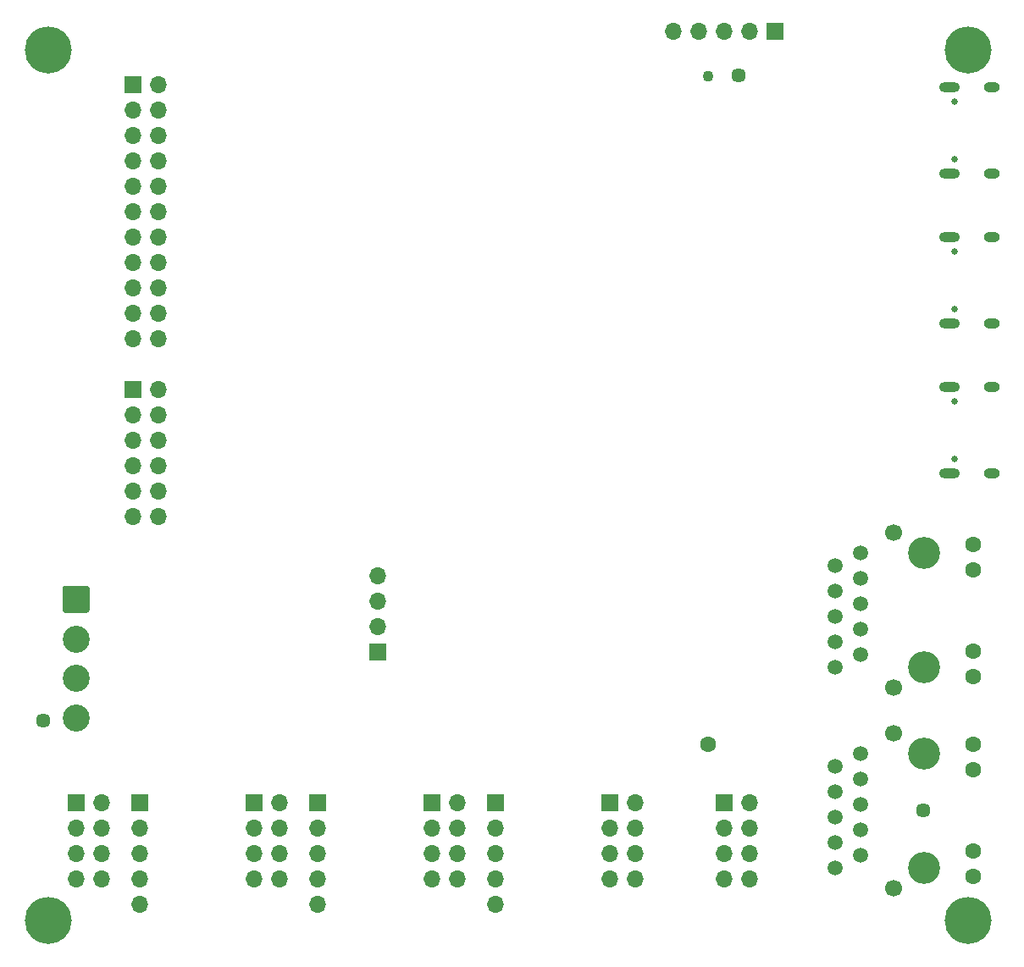
<source format=gbr>
%TF.GenerationSoftware,KiCad,Pcbnew,(5.1.9-0-10_14)*%
%TF.CreationDate,2021-03-28T17:09:15+02:00*%
%TF.ProjectId,FPGA,46504741-2e6b-4696-9361-645f70636258,rev?*%
%TF.SameCoordinates,Original*%
%TF.FileFunction,Soldermask,Bot*%
%TF.FilePolarity,Negative*%
%FSLAX46Y46*%
G04 Gerber Fmt 4.6, Leading zero omitted, Abs format (unit mm)*
G04 Created by KiCad (PCBNEW (5.1.9-0-10_14)) date 2021-03-28 17:09:15*
%MOMM*%
%LPD*%
G01*
G04 APERTURE LIST*
%ADD10C,1.448000*%
%ADD11C,0.650000*%
%ADD12O,1.600000X1.000000*%
%ADD13O,2.100000X1.000000*%
%ADD14O,1.700000X1.700000*%
%ADD15R,1.700000X1.700000*%
%ADD16C,3.200000*%
%ADD17C,1.700000*%
%ADD18C,1.500000*%
%ADD19C,1.600000*%
%ADD20C,1.100000*%
%ADD21C,4.700000*%
%ADD22C,2.700000*%
G04 APERTURE END LIST*
D10*
%TO.C,H7*%
X191500000Y-130000000D03*
%TD*%
%TO.C,H6*%
X103500000Y-121000000D03*
%TD*%
%TO.C,H5*%
X173000000Y-56500000D03*
%TD*%
D11*
%TO.C,J501*%
X194645000Y-64890000D03*
X194645000Y-59110000D03*
D12*
X198325000Y-57680000D03*
X198325000Y-66320000D03*
D13*
X194145000Y-57680000D03*
X194145000Y-66320000D03*
%TD*%
D14*
%TO.C,J4*%
X115075000Y-100635000D03*
X112535000Y-100635000D03*
X115075000Y-98095000D03*
X112535000Y-98095000D03*
X115075000Y-95555000D03*
X112535000Y-95555000D03*
X115075000Y-93015000D03*
X112535000Y-93015000D03*
X115075000Y-90475000D03*
X112535000Y-90475000D03*
X115075000Y-87935000D03*
D15*
X112535000Y-87935000D03*
%TD*%
D14*
%TO.C,J801*%
X115075000Y-82855000D03*
X112535000Y-82855000D03*
X115075000Y-80315000D03*
X112535000Y-80315000D03*
X115075000Y-77775000D03*
X112535000Y-77775000D03*
X115075000Y-75235000D03*
X112535000Y-75235000D03*
X115075000Y-72695000D03*
X112535000Y-72695000D03*
X115075000Y-70155000D03*
X112535000Y-70155000D03*
X115075000Y-67615000D03*
X112535000Y-67615000D03*
X115075000Y-65075000D03*
X112535000Y-65075000D03*
X115075000Y-62535000D03*
X112535000Y-62535000D03*
X115075000Y-59995000D03*
X112535000Y-59995000D03*
X115075000Y-57455000D03*
D15*
X112535000Y-57455000D03*
%TD*%
D14*
%TO.C,J602*%
X148730000Y-139370000D03*
X148730000Y-136830000D03*
X148730000Y-134290000D03*
X148730000Y-131750000D03*
D15*
X148730000Y-129210000D03*
%TD*%
D14*
%TO.C,J702*%
X162700000Y-136830000D03*
X160160000Y-136830000D03*
X162700000Y-134290000D03*
X160160000Y-134290000D03*
X162700000Y-131750000D03*
X160160000Y-131750000D03*
X162700000Y-129210000D03*
D15*
X160160000Y-129210000D03*
%TD*%
D14*
%TO.C,J701*%
X174130000Y-136830000D03*
X171590000Y-136830000D03*
X174130000Y-134290000D03*
X171590000Y-134290000D03*
X174130000Y-131750000D03*
X171590000Y-131750000D03*
X174130000Y-129210000D03*
D15*
X171590000Y-129210000D03*
%TD*%
D14*
%TO.C,J621*%
X109360000Y-136830000D03*
X106820000Y-136830000D03*
X109360000Y-134290000D03*
X106820000Y-134290000D03*
X109360000Y-131750000D03*
X106820000Y-131750000D03*
X109360000Y-129210000D03*
D15*
X106820000Y-129210000D03*
%TD*%
D14*
%TO.C,J611*%
X127140000Y-136830000D03*
X124600000Y-136830000D03*
X127140000Y-134290000D03*
X124600000Y-134290000D03*
X127140000Y-131750000D03*
X124600000Y-131750000D03*
X127140000Y-129210000D03*
D15*
X124600000Y-129210000D03*
%TD*%
D14*
%TO.C,J622*%
X113170000Y-139370000D03*
X113170000Y-136830000D03*
X113170000Y-134290000D03*
X113170000Y-131750000D03*
D15*
X113170000Y-129210000D03*
%TD*%
D14*
%TO.C,J612*%
X130950000Y-139370000D03*
X130950000Y-136830000D03*
X130950000Y-134290000D03*
X130950000Y-131750000D03*
D15*
X130950000Y-129210000D03*
%TD*%
D14*
%TO.C,J601*%
X144920000Y-136830000D03*
X142380000Y-136830000D03*
X144920000Y-134290000D03*
X142380000Y-134290000D03*
X144920000Y-131750000D03*
X142380000Y-131750000D03*
X144920000Y-129210000D03*
D15*
X142380000Y-129210000D03*
%TD*%
D16*
%TO.C,J401*%
X191600000Y-124285000D03*
X191600000Y-135715000D03*
D17*
X188550000Y-122250000D03*
X188550000Y-137750000D03*
D18*
X185250000Y-124285000D03*
X182710000Y-125555000D03*
X185250000Y-126825000D03*
X182710000Y-128095000D03*
X185250000Y-129365000D03*
X182710000Y-130635000D03*
X185250000Y-131905000D03*
X182710000Y-133175000D03*
X185250000Y-134445000D03*
X182710000Y-135715000D03*
D19*
X196500000Y-123370000D03*
X196500000Y-125910000D03*
X196500000Y-134090000D03*
X196500000Y-136630000D03*
%TD*%
D11*
%TO.C,J201*%
X194645000Y-94890000D03*
X194645000Y-89110000D03*
D12*
X198325000Y-87680000D03*
X198325000Y-96320000D03*
D13*
X194145000Y-87680000D03*
X194145000Y-96320000D03*
%TD*%
D20*
%TO.C,J1*%
X170000000Y-56600000D03*
D19*
X170000000Y-123400000D03*
%TD*%
D16*
%TO.C,J301*%
X191600000Y-104285000D03*
X191600000Y-115715000D03*
D17*
X188550000Y-102250000D03*
X188550000Y-117750000D03*
D18*
X185250000Y-104285000D03*
X182710000Y-105555000D03*
X185250000Y-106825000D03*
X182710000Y-108095000D03*
X185250000Y-109365000D03*
X182710000Y-110635000D03*
X185250000Y-111905000D03*
X182710000Y-113175000D03*
X185250000Y-114445000D03*
X182710000Y-115715000D03*
D19*
X196500000Y-103370000D03*
X196500000Y-105910000D03*
X196500000Y-114090000D03*
X196500000Y-116630000D03*
%TD*%
D11*
%TO.C,J101*%
X194645000Y-79890000D03*
X194645000Y-74110000D03*
D12*
X198325000Y-72680000D03*
X198325000Y-81320000D03*
D13*
X194145000Y-72680000D03*
X194145000Y-81320000D03*
%TD*%
D14*
%TO.C,J16*%
X166510000Y-52125000D03*
X169050000Y-52125000D03*
X171590000Y-52125000D03*
X174130000Y-52125000D03*
D15*
X176670000Y-52125000D03*
%TD*%
D21*
%TO.C,H4*%
X196000000Y-141000000D03*
%TD*%
%TO.C,H3*%
X196000000Y-54000000D03*
%TD*%
%TO.C,H2*%
X104000000Y-141000000D03*
%TD*%
%TO.C,H1*%
X104000000Y-54000000D03*
%TD*%
D14*
%TO.C,J3*%
X136980000Y-106510000D03*
X136980000Y-109050000D03*
X136980000Y-111590000D03*
D15*
X136980000Y-114130000D03*
%TD*%
D22*
%TO.C,J2*%
X106820000Y-120770000D03*
X106820000Y-116810000D03*
X106820000Y-112850000D03*
G36*
G01*
X105720001Y-107540000D02*
X107919999Y-107540000D01*
G75*
G02*
X108170000Y-107790001I0J-250001D01*
G01*
X108170000Y-109989999D01*
G75*
G02*
X107919999Y-110240000I-250001J0D01*
G01*
X105720001Y-110240000D01*
G75*
G02*
X105470000Y-109989999I0J250001D01*
G01*
X105470000Y-107790001D01*
G75*
G02*
X105720001Y-107540000I250001J0D01*
G01*
G37*
%TD*%
M02*

</source>
